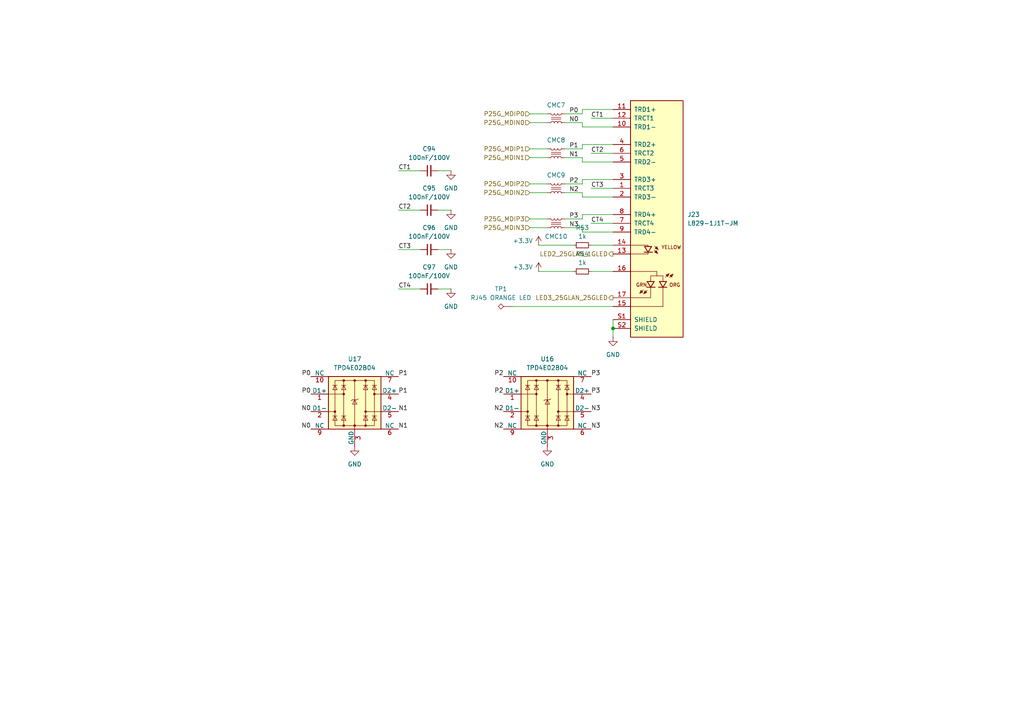
<source format=kicad_sch>
(kicad_sch (version 20240417) (generator "eeschema") (generator_version "8.99")
  (paper "A4")
  (title_block (title "anyon e") (date "2024-06-12") (rev "V0.1") (company "Byran Huang") (comment 4 "Proof of concept board for feature verification"))
  (lib_symbols
    (symbol "Connector:TestPoint_Alt" (pin_numbers hide) (pin_names (offset 0.762) hide)
      (property "Reference" "TP" (at 0 6.858 0))
      (property "Value" "TestPoint_Alt" (at 0 5.08 0))
      (symbol "TestPoint_Alt_0_1"
        (polyline (pts (xy 0 2.54) (xy -0.762 3.302) (xy 0 4.064) (xy 0.762 3.302) (xy 0 2.54)))
      )
      (symbol "TestPoint_Alt_1_1"
        (pin passive line (at 0 0 90) (length 2.54) (name "1") (number "1"))
      )
    )
    (symbol "Device:C_Small" (pin_numbers hide) (pin_names (offset 0.254) hide)
      (property "Reference" "C" (at 0.254 1.778 0))
      (property "Value" "C_Small" (at 0.254 -2.032 0))
      (symbol "C_Small_0_1"
        (polyline (pts (xy -1.524 0.508) (xy 1.524 0.508)) (stroke (width 0.3048)))
        (polyline (pts (xy -1.524 -0.508) (xy 1.524 -0.508)) (stroke (width 0.3302)))
      )
      (symbol "C_Small_1_1"
        (pin passive line (at 0 2.54 270) (length 2.032) (name "~") (number "1"))
        (pin passive line (at 0 -2.54 90) (length 2.032) (name "~") (number "2"))
      )
    )
    (symbol "Device:R_Small" (pin_numbers hide) (pin_names (offset 0.254) hide)
      (property "Reference" "R" (at 0.762 0.508 0))
      (property "Value" "R_Small" (at 0.762 -1.016 0))
      (symbol "R_Small_0_1"
        (rectangle (start -0.762 1.778) (end 0.762 -1.778) (stroke (width 0.2032)))
      )
      (symbol "R_Small_1_1"
        (pin passive line (at 0 2.54 270) (length 0.762) (name "~") (number "1"))
        (pin passive line (at 0 -2.54 90) (length 0.762) (name "~") (number "2"))
      )
    )
    (symbol "Ethernet:L829-1J1T-JM" (pin_names (offset 1.016))
      (property "Reference" "J" (at -7.62 34.29 0))
      (property "Value" "L829-1J1T-JM" (at -7.62 -36.83 0))
      (symbol "L829-1J1T-JM_0_0"
        (rectangle (start -7.62 33.02) (end 7.62 -35.56) (stroke (width 0.254)) (fill (type background)))
        (polyline (pts (xy -7.62 -8.89) (xy -2.54 -8.89)) (stroke (width 0.1524)))
        (polyline (pts (xy -4.953 -22.86) (xy -4.064 -22.479) (xy -4.572 -21.971) (xy -4.953 -22.86)) (stroke (width 0.1524)) (fill (type outline)))
        (polyline (pts (xy -3.937 -21.844) (xy -4.953 -22.86)) (stroke (width 0.1524)))
        (polyline (pts (xy -3.81 -22.987) (xy -2.921 -22.606) (xy -3.429 -22.098) (xy -3.81 -22.987)) (stroke (width 0.1524)) (fill (type outline)))
        (polyline (pts (xy -3.683 -10.922) (xy -2.54 -10.922)) (stroke (width 0.254)))
        (polyline (pts (xy -3.556 -9.271) (xy -1.524 -9.271)) (stroke (width 0.254)))
        (polyline (pts (xy -3.556 -9.271) (xy -2.54 -10.922)) (stroke (width 0.254)))
        (polyline (pts (xy -2.921 -21.082) (xy -1.778 -21.082)) (stroke (width 0.254)))
        (polyline (pts (xy -2.794 -19.431) (xy -0.762 -19.431)) (stroke (width 0.254)))
        (polyline (pts (xy -2.794 -19.431) (xy -1.778 -21.082)) (stroke (width 0.254)))
        (polyline (pts (xy -2.794 -21.971) (xy -3.81 -22.987)) (stroke (width 0.1524)))
        (polyline (pts (xy -2.54 -8.89) (xy -2.54 -9.144)) (stroke (width 0.1524)))
        (polyline (pts (xy -2.54 -10.922) (xy -1.27 -10.922)) (stroke (width 0.254)))
        (polyline (pts (xy -2.54 -10.922) (xy -1.524 -9.271)) (stroke (width 0.254)))
        (polyline (pts (xy -2.54 -11.049) (xy -2.54 -11.43)) (stroke (width 0.1524)))
        (polyline (pts (xy -2.54 -11.43) (xy -7.62 -11.43)) (stroke (width 0.1524)))
        (polyline (pts (xy -1.778 -17.78) (xy 0 -17.78)) (stroke (width 0.1524)))
        (polyline (pts (xy -1.778 -17.78) (xy -1.778 -19.304)) (stroke (width 0.1524)))
        (polyline (pts (xy -1.778 -21.082) (xy -0.762 -19.431)) (stroke (width 0.254)))
        (polyline (pts (xy -1.778 -21.082) (xy -0.508 -21.082)) (stroke (width 0.254)))
        (polyline (pts (xy -1.778 -21.209) (xy -1.778 -24.13)) (stroke (width 0.1524)))
        (polyline (pts (xy -1.778 -24.13) (xy -7.62 -24.13)) (stroke (width 0.1524)))
        (polyline (pts (xy -0.762 -10.287) (xy 0.254 -11.303)) (stroke (width 0.1524)))
        (polyline (pts (xy -0.635 -9.144) (xy 0.381 -10.16)) (stroke (width 0.1524)))
        (polyline (pts (xy 0 -16.51) (xy -7.62 -16.51)) (stroke (width 0.1524)))
        (polyline (pts (xy 0 -17.78) (xy 0 -16.51)) (stroke (width 0.1524)))
        (polyline (pts (xy 0 -17.78) (xy 1.778 -17.78)) (stroke (width 0.1524)))
        (polyline (pts (xy 0.254 -11.303) (xy -0.127 -10.414) (xy -0.635 -10.922) (xy 0.254 -11.303)) (stroke (width 0.1524)) (fill (type outline)))
        (polyline (pts (xy 0.381 -10.16) (xy 0 -9.271) (xy -0.508 -9.779) (xy 0.381 -10.16)) (stroke (width 0.1524)) (fill (type outline)))
        (polyline (pts (xy 1.778 -17.78) (xy 1.778 -19.304)) (stroke (width 0.1524)))
        (polyline (pts (xy 1.778 -21.082) (xy 0.508 -21.082)) (stroke (width 0.254)))
        (polyline (pts (xy 1.778 -21.082) (xy 0.762 -19.431)) (stroke (width 0.254)))
        (polyline (pts (xy 1.778 -21.209) (xy 1.778 -26.67)) (stroke (width 0.1524)))
        (polyline (pts (xy 1.778 -26.67) (xy -7.62 -26.67)) (stroke (width 0.1524)))
        (polyline (pts (xy 2.54 -18.161) (xy 3.556 -17.145)) (stroke (width 0.1524)))
        (polyline (pts (xy 2.794 -19.431) (xy 0.762 -19.431)) (stroke (width 0.254)))
        (polyline (pts (xy 2.794 -19.431) (xy 1.778 -21.082)) (stroke (width 0.254)))
        (polyline (pts (xy 2.921 -21.082) (xy 1.778 -21.082)) (stroke (width 0.254)))
        (polyline (pts (xy 3.556 -17.145) (xy 2.667 -17.526) (xy 3.175 -18.034) (xy 3.556 -17.145)) (stroke (width 0.1524)) (fill (type outline)))
        (polyline (pts (xy 3.683 -18.288) (xy 4.699 -17.272)) (stroke (width 0.1524)))
        (polyline (pts (xy 4.699 -17.272) (xy 3.81 -17.653) (xy 4.318 -18.161) (xy 4.699 -17.272)) (stroke (width 0.1524)) (fill (type outline)))
        (text "GRN" (at -6.096 -19.812 0) (effects (font (size 1.016 1.016)) (justify left top)))
        (text "YELLOW" (at 1.27 -8.89 0) (effects (font (size 1.016 1.016)) (justify left top)))
        (text "ORG" (at 3.556 -19.812 0) (effects (font (size 1.016 1.016)) (justify left top)))
        (pin passive line (at -12.7 7.62 0) (length 5.08) (name "TRCT3") (number "1"))
        (pin passive line (at -12.7 25.4 0) (length 5.08) (name "TRD1-") (number "10"))
        (pin passive line (at -12.7 30.48 0) (length 5.08) (name "TRD1+") (number "11"))
        (pin passive line (at -12.7 27.94 0) (length 5.08) (name "TRCT1") (number "12"))
        (pin passive line (at -12.7 -11.43 0) (length 5.08) (name "~") (number "13"))
        (pin passive line (at -12.7 -8.89 0) (length 5.08) (name "~") (number "14"))
        (pin passive line (at -12.7 -26.67 0) (length 5.08) (name "~") (number "15"))
        (pin passive line (at -12.7 -16.51 0) (length 5.08) (name "~") (number "16"))
        (pin passive line (at -12.7 -24.13 0) (length 5.08) (name "~") (number "17"))
        (pin passive line (at -12.7 5.08 0) (length 5.08) (name "TRD3-") (number "2"))
        (pin passive line (at -12.7 10.16 0) (length 5.08) (name "TRD3+") (number "3"))
        (pin passive line (at -12.7 20.32 0) (length 5.08) (name "TRD2+") (number "4"))
        (pin passive line (at -12.7 15.24 0) (length 5.08) (name "TRD2-") (number "5"))
        (pin passive line (at -12.7 17.78 0) (length 5.08) (name "TRCT2") (number "6"))
        (pin passive line (at -12.7 -2.54 0) (length 5.08) (name "TRCT4") (number "7"))
        (pin passive line (at -12.7 0 0) (length 5.08) (name "TRD4+") (number "8"))
        (pin passive line (at -12.7 -5.08 0) (length 5.08) (name "TRD4-") (number "9"))
        (pin passive line (at -12.7 -30.48 0) (length 5.08) (name "SHIELD") (number "S1"))
        (pin passive line (at -12.7 -33.02 0) (length 5.08) (name "SHIELD") (number "S2"))
      )
    )
    (symbol "Power_Protection:TPD4EUSB30" (pin_names (offset 0))
      (property "Reference" "U" (at -0.635 8.89 0))
      (property "Value" "TPD4EUSB30" (at 8.89 -10.16 0))
      (symbol "TPD4EUSB30_0_0"
        (rectangle (start -5.715 6.477) (end 5.715 -6.604))
        (polyline (pts (xy -3.175 -6.604) (xy -3.175 6.477)))
        (polyline (pts (xy 0 6.477) (xy 0 -6.604)))
        (polyline (pts (xy 3.175 6.477) (xy 3.175 -6.604)))
      )
      (symbol "TPD4EUSB30_0_1"
        (polyline (pts (xy -7.747 2.54) (xy -3.175 2.54)))
        (rectangle (start -7.62 7.62) (end 7.62 -7.62) (stroke (width 0.254)) (fill (type background)))
        (polyline (pts (xy -7.62 -2.54) (xy -5.715 -2.54)))
        (circle (center -5.715 -2.54) (radius 0.2794) (fill (type outline)))
        (polyline (pts (xy -5.08 5.08) (xy -6.35 5.08)))
        (polyline (pts (xy -5.08 3.81) (xy -6.35 3.81) (xy -5.715 5.08) (xy -5.08 3.81)))
        (polyline (pts (xy -5.08 -3.81) (xy -6.35 -3.81)))
        (polyline (pts (xy -5.08 -5.08) (xy -6.35 -5.08) (xy -5.715 -3.81) (xy -5.08 -5.08)))
        (circle (center -3.175 6.477) (radius 0.2794) (fill (type outline)))
        (circle (center -3.175 2.54) (radius 0.2794) (fill (type outline)))
        (circle (center -3.175 -6.604) (radius 0.2794) (fill (type outline)))
        (polyline (pts (xy -2.54 5.08) (xy -3.81 5.08)))
        (polyline (pts (xy -2.54 3.81) (xy -3.81 3.81) (xy -3.175 5.08) (xy -2.54 3.81)))
        (polyline (pts (xy -2.54 -3.81) (xy -3.81 -3.81)))
        (polyline (pts (xy -2.54 -5.08) (xy -3.81 -5.08) (xy -3.175 -3.81) (xy -2.54 -5.08)))
        (polyline (pts (xy -0.635 0.889) (xy -1.016 0.635)))
        (circle (center 0 6.477) (radius 0.2794) (fill (type outline)))
        (polyline (pts (xy 0 -6.604) (xy 0 -7.62)))
        (circle (center 0 -6.604) (radius 0.2794) (fill (type outline)))
        (polyline (pts (xy 0.635 0.889) (xy 1.016 1.143)))
        (polyline (pts (xy 0.635 0.889) (xy -0.635 0.889)))
        (polyline (pts (xy 0.635 -0.381) (xy -0.635 -0.381) (xy 0 0.889) (xy 0.635 -0.381)))
        (circle (center 3.175 6.477) (radius 0.2794) (fill (type outline)))
        (circle (center 3.175 -2.54) (radius 0.2794) (fill (type outline)))
        (circle (center 3.175 -6.604) (radius 0.2794) (fill (type outline)))
        (polyline (pts (xy 3.81 5.08) (xy 2.54 5.08)))
        (polyline (pts (xy 3.81 3.81) (xy 2.54 3.81) (xy 3.175 5.08) (xy 3.81 3.81)))
        (polyline (pts (xy 3.81 -3.81) (xy 2.54 -3.81)))
        (polyline (pts (xy 3.81 -5.08) (xy 2.54 -5.08) (xy 3.175 -3.81) (xy 3.81 -5.08)))
        (circle (center 5.715 2.54) (radius 0.2794) (fill (type outline)))
        (polyline (pts (xy 6.35 5.08) (xy 5.08 5.08)))
        (polyline (pts (xy 6.35 3.81) (xy 5.08 3.81) (xy 5.715 5.08) (xy 6.35 3.81)))
        (polyline (pts (xy 6.35 -3.81) (xy 5.08 -3.81)))
        (polyline (pts (xy 6.35 -5.08) (xy 5.08 -5.08) (xy 5.715 -3.81) (xy 6.35 -5.08)))
        (polyline (pts (xy 7.62 2.54) (xy 5.715 2.54)))
        (polyline (pts (xy 7.62 -2.54) (xy 3.175 -2.54)))
      )
      (symbol "TPD4EUSB30_1_1"
        (pin passive line (at -12.7 2.54 0) (length 5.08) (name "D1+") (number "1"))
        (pin free line (at -12.7 7.62 0) (length 5.08) (name "NC") (number "10"))
        (pin passive line (at -12.7 -2.54 0) (length 5.08) (name "D1-") (number "2"))
        (pin power_in line (at 0 -12.7 90) (length 5.08) (name "GND") (number "3"))
        (pin passive line (at 12.7 2.54 180) (length 5.08) (name "D2+") (number "4"))
        (pin passive line (at 12.7 -2.54 180) (length 5.08) (name "D2-") (number "5"))
        (pin free line (at 12.7 -7.62 180) (length 5.08) (name "NC") (number "6"))
        (pin free line (at 12.7 7.62 180) (length 5.08) (name "NC") (number "7"))
        (pin passive line (at 0 -12.7 90) (length 5.08) hide (name "GND") (number "8"))
        (pin free line (at -12.7 -7.62 0) (length 5.08) (name "NC") (number "9"))
      )
    )
    (symbol "library:ACM2012_Common_Mode_Choke"
      (property "Reference" "CMC" (at -1.524 4.064 0))
      (symbol "ACM2012_Common_Mode_Choke_0_1"
        (polyline (pts (xy -1.397 0.254) (xy 1.397 0.254)))
        (arc (start -0.508 1.3948) (mid -1.016 0.889) (end -1.524 1.3948))
        (arc (start -1.524 -1.397) (mid -1.016 -0.8912) (end -0.508 -1.397))
        (arc (start 0.508 1.3948) (mid 0 0.889) (end -0.508 1.3948))
        (arc (start -0.508 -1.397) (mid 0 -0.8912) (end 0.508 -1.397))
        (arc (start 1.524 1.3948) (mid 1.016 0.889) (end 0.508 1.3948))
        (arc (start 0.508 -1.397) (mid 1.016 -0.8912) (end 1.524 -1.397))
        (polyline (pts (xy 1.397 -0.254) (xy -1.397 -0.254)))
      )
      (symbol "ACM2012_Common_Mode_Choke_1_1"
        (pin passive line (at -2.54 -1.27 0) (length 0.9525) (name "") (number "1"))
        (pin passive line (at -2.54 1.27 0) (length 0.9525) (name "") (number "2"))
        (pin passive line (at 2.54 1.27 180) (length 0.9525) (name "") (number "3"))
        (pin passive line (at 2.54 -1.27 180) (length 0.9525) (name "") (number "4"))
      )
    )
    (symbol "power:+3.3V" (power) (pin_numbers hide) (pin_names (offset 0) hide)
      (property "Value" "+3.3V" (at 0 3.556 0))
      (symbol "+3.3V_0_1"
        (polyline (pts (xy -0.762 1.27) (xy 0 2.54)))
        (polyline (pts (xy 0 2.54) (xy 0.762 1.27)))
        (polyline (pts (xy 0 0) (xy 0 2.54)))
      )
      (symbol "+3.3V_1_1"
        (pin power_in line (at 0 0 90) (length 0) (name "~") (number "1"))
      )
    )
    (symbol "power:GND" (power) (pin_numbers hide) (pin_names (offset 0) hide)
      (property "Value" "GND" (at 0 -3.81 0))
      (symbol "GND_0_1"
        (polyline (pts (xy 0 0) (xy 0 -1.27) (xy 1.27 -1.27) (xy 0 -2.54) (xy -1.27 -1.27) (xy 0 -1.27)))
      )
      (symbol "GND_1_1"
        (pin power_in line (at 0 0 270) (length 0) (name "~") (number "1"))
      )
    )
  )
  (junction (at 177.8 95.25))
  (wire (pts (xy 163.83 53.34) (xy 168.91 53.34)))
  (wire (pts (xy 177.8 92.71) (xy 177.8 95.25)))
  (wire (pts (xy 168.91 57.15) (xy 177.8 57.15)))
  (wire (pts (xy 168.91 46.99) (xy 177.8 46.99)))
  (wire (pts (xy 163.83 66.04) (xy 168.91 66.04)))
  (wire (pts (xy 163.83 43.18) (xy 168.91 43.18)))
  (wire (pts (xy 171.45 78.74) (xy 177.8 78.74)))
  (wire (pts (xy 127 83.82) (xy 130.81 83.82)))
  (wire (pts (xy 153.67 53.34) (xy 158.75 53.34)))
  (wire (pts (xy 163.83 35.56) (xy 168.91 35.56)))
  (wire (pts (xy 168.91 36.83) (xy 177.8 36.83)))
  (wire (pts (xy 153.67 63.5) (xy 158.75 63.5)))
  (wire (pts (xy 168.91 53.34) (xy 168.91 52.07)))
  (wire (pts (xy 115.57 49.53) (xy 121.92 49.53)))
  (wire (pts (xy 153.67 66.04) (xy 158.75 66.04)))
  (wire (pts (xy 163.83 55.88) (xy 168.91 55.88)))
  (wire (pts (xy 171.45 71.12) (xy 177.8 71.12)))
  (wire (pts (xy 168.91 31.75) (xy 177.8 31.75)))
  (wire (pts (xy 171.45 34.29) (xy 177.8 34.29)))
  (wire (pts (xy 153.67 43.18) (xy 158.75 43.18)))
  (wire (pts (xy 115.57 72.39) (xy 121.92 72.39)))
  (wire (pts (xy 163.83 63.5) (xy 168.91 63.5)))
  (wire (pts (xy 153.67 45.72) (xy 158.75 45.72)))
  (wire (pts (xy 115.57 60.96) (xy 121.92 60.96)))
  (wire (pts (xy 168.91 63.5) (xy 168.91 62.23)))
  (wire (pts (xy 168.91 43.18) (xy 168.91 41.91)))
  (wire (pts (xy 171.45 54.61) (xy 177.8 54.61)))
  (wire (pts (xy 168.91 45.72) (xy 168.91 46.99)))
  (wire (pts (xy 153.67 55.88) (xy 158.75 55.88)))
  (wire (pts (xy 171.45 44.45) (xy 177.8 44.45)))
  (wire (pts (xy 168.91 35.56) (xy 168.91 36.83)))
  (wire (pts (xy 163.83 45.72) (xy 168.91 45.72)))
  (wire (pts (xy 168.91 62.23) (xy 177.8 62.23)))
  (wire (pts (xy 115.57 83.82) (xy 121.92 83.82)))
  (wire (pts (xy 177.8 88.9) (xy 148.59 88.9)))
  (wire (pts (xy 168.91 33.02) (xy 168.91 31.75)))
  (wire (pts (xy 153.67 35.56) (xy 158.75 35.56)))
  (wire (pts (xy 156.21 78.74) (xy 166.37 78.74)))
  (wire (pts (xy 168.91 67.31) (xy 177.8 67.31)))
  (wire (pts (xy 153.67 33.02) (xy 158.75 33.02)))
  (wire (pts (xy 168.91 66.04) (xy 168.91 67.31)))
  (wire (pts (xy 168.91 55.88) (xy 168.91 57.15)))
  (wire (pts (xy 127 72.39) (xy 130.81 72.39)))
  (wire (pts (xy 177.8 95.25) (xy 177.8 97.79)))
  (wire (pts (xy 168.91 41.91) (xy 177.8 41.91)))
  (wire (pts (xy 168.91 52.07) (xy 177.8 52.07)))
  (wire (pts (xy 171.45 64.77) (xy 177.8 64.77)))
  (wire (pts (xy 156.21 71.12) (xy 166.37 71.12)))
  (wire (pts (xy 127 49.53) (xy 130.81 49.53)))
  (wire (pts (xy 163.83 33.02) (xy 168.91 33.02)))
  (wire (pts (xy 127 60.96) (xy 130.81 60.96)))
  (label "N0" (at 90.17 119.38 180))
  (label "P0" (at 90.17 109.22 180))
  (label "CT2" (at 115.57 60.96 0))
  (label "P3" (at 171.45 114.3 0))
  (label "P3" (at 171.45 109.22 0))
  (label "P1" (at 115.57 109.22 0))
  (label "N0" (at 165.1 35.56 0))
  (label "P0" (at 165.1 33.02 0))
  (label "N2" (at 165.1 55.88 0))
  (label "N1" (at 165.1 45.72 0))
  (label "N3" (at 171.45 119.38 0))
  (label "CT2" (at 171.45 44.45 0))
  (label "N3" (at 165.1 66.04 0))
  (label "CT4" (at 115.57 83.82 0))
  (label "P1" (at 115.57 114.3 0))
  (label "P0" (at 90.17 114.3 180))
  (label "P2" (at 146.05 109.22 180))
  (label "CT3" (at 171.45 54.61 0))
  (label "P2" (at 165.1 53.34 0))
  (label "N0" (at 90.17 124.46 180))
  (label "N1" (at 115.57 119.38 0))
  (label "P3" (at 165.1 63.5 0))
  (label "CT1" (at 115.57 49.53 0))
  (label "N2" (at 146.05 124.46 180))
  (label "N1" (at 115.57 124.46 0))
  (label "N2" (at 146.05 119.38 180))
  (label "CT3" (at 115.57 72.39 0))
  (label "N3" (at 171.45 124.46 0))
  (label "CT4" (at 171.45 64.77 0))
  (label "P1" (at 165.1 43.18 0))
  (label "P2" (at 146.05 114.3 180))
  (label "CT1" (at 171.45 34.29 0))
  (hierarchical_label "P25G_MDIN2" (shape input) (at 153.67 55.88 180))
  (hierarchical_label "P25G_MDIN3" (shape input) (at 153.67 66.04 180))
  (hierarchical_label "P25G_MDIN1" (shape input) (at 153.67 45.72 180))
  (hierarchical_label "P25G_MDIP2" (shape input) (at 153.67 53.34 180))
  (hierarchical_label "P25G_MDIP3" (shape input) (at 153.67 63.5 180))
  (hierarchical_label "LED2_25GLAN_1GLED" (shape output) (at 177.8 73.66 180))
  (hierarchical_label "P25G_MDIP1" (shape input) (at 153.67 43.18 180))
  (hierarchical_label "LED3_25GLAN_25GLED" (shape output) (at 177.8 86.36 180))
  (hierarchical_label "P25G_MDIP0" (shape input) (at 153.67 33.02 180))
  (hierarchical_label "P25G_MDIN0" (shape input) (at 153.67 35.56 180))
  (symbol (lib_id "Connector:TestPoint_Alt") (at 148.59 88.9 90) (unit 1)
    (property "Reference" "TP1" (at 145.288 83.82 90))
    (property "Value" "RJ45 ORANGE LED" (at 145.288 86.36 90))
    (property "Footprint" "TestPoint:TestPoint_Pad_D2.0mm" (effects (hide yes)))
    (property "Description" "test point (alternative shape)" (effects (hide yes)))
  )
  (symbol (lib_id "library:ACM2012_Common_Mode_Choke") (at 161.29 34.29 0) (unit 1)
    (property "Reference" "CMC7" (at 161.29 30.48 0))
    (property "Value" "ACM2012" (effects (hide yes)))
    (property "Footprint" "ACM2012:FIL_ACM2012-900-2P-T001" (effects (hide yes)))
    (property "Datasheet" "https://product.tdk.com/en/system/files?file=dam/doc/product/emc/emc/cmf_cmc/catalog/cmf_commercial_signal_acm2012_en.pdf" (effects (hide yes)))
    (property "Description" "2 Line Common Mode Choke Surface Mount 90 Ohms @ 100 MHz 400mA DCR 190mOhm" (effects (hide yes)))
  )
  (symbol (lib_id "Device:C_Small") (at 124.46 49.53 90) (unit 1)
    (property "Reference" "C94" (at 124.4663 43.18 90))
    (property "Value" "100nF/100V" (at 124.4663 45.72 90))
    (property "Footprint" "Capacitor_SMD:C_0805_2012Metric" (effects (hide yes)))
    (property "Description" "Unpolarized capacitor, small symbol" (effects (hide yes)))
  )
  (symbol (lib_id "power:GND") (at 177.8 97.79 0) (unit 1)
    (property "Reference" "#PWR074" (effects (hide yes)))
    (property "Value" "GND" (at 177.8 102.87 0))
    (property "Description" "Power symbol creates a global label with name \"GND\" , ground" (effects (hide yes)))
  )
  (symbol (lib_id "power:GND") (at 130.81 60.96 0) (unit 1)
    (property "Reference" "#PWR0163" (effects (hide yes)))
    (property "Value" "GND" (at 130.81 66.04 0))
    (property "Description" "Power symbol creates a global label with name \"GND\" , ground" (effects (hide yes)))
  )
  (symbol (lib_id "Device:C_Small") (at 124.46 72.39 90) (unit 1)
    (property "Reference" "C96" (at 124.4663 66.04 90))
    (property "Value" "100nF/100V" (at 124.4663 68.58 90))
    (property "Footprint" "Capacitor_SMD:C_0805_2012Metric" (effects (hide yes)))
    (property "Description" "Unpolarized capacitor, small symbol" (effects (hide yes)))
  )
  (symbol (lib_id "power:+3.3V") (at 156.21 78.74 0) (unit 1)
    (property "Reference" "#PWR073" (effects (hide yes)))
    (property "Value" "+3.3V" (at 151.638 77.47 0))
    (property "Description" "Power symbol creates a global label with name \"+3.3V\"" (effects (hide yes)))
  )
  (symbol (lib_id "Ethernet:L829-1J1T-JM") (at 190.5 62.23 0) (unit 1)
    (property "Reference" "J23" (at 199.39 62.2299 0) (effects (justify left)))
    (property "Value" "L829-1J1T-JM" (at 199.39 64.7699 0) (effects (justify left)))
    (property "Footprint" "Ethernet:BEL_L829-1J1T-JM" (effects (hide yes)))
    (property "Description" "MagJack 2.5GBASE-T | 1X1 | OG/Y LED | -40 to 85C | RoHS" (effects (hide yes)))
    (property "MF" "Bel Magnetic Solutions" (effects (hide yes)))
    (property "PACKAGE" "None" (effects (hide yes)))
    (property "PRICE" "None" (effects (hide yes)))
    (property "Package" "None" (effects (hide yes)))
    (property "Check_prices" "https://www.snapeda.com/parts/L829-1J1T-JM/Bel+Magnetic+Solutions/view-part/?ref=eda" (effects (hide yes)))
    (property "Price" "None" (effects (hide yes)))
    (property "SnapEDA_Link" "https://www.snapeda.com/parts/L829-1J1T-JM/Bel+Magnetic+Solutions/view-part/?ref=snap" (effects (hide yes)))
    (property "MP" "L829-1J1T-JM" (effects (hide yes)))
    (property "DIGIKEY-PURCHASE-URL" "https://snapeda.com/shop?store=DigiKey&id=2758678" (effects (hide yes)))
    (property "Availability" "In Stock" (effects (hide yes)))
    (property "AVAILABILITY" "Unavailable" (effects (hide yes)))
    (property "Description_1" "\nMagJack 2.5GBASE-T | 1X1 | OG/Y LED | -40 to 85C | RoHS\n" (effects (hide yes)))
  )
  (symbol (lib_id "power:GND") (at 130.81 49.53 0) (unit 1)
    (property "Reference" "#PWR0162" (effects (hide yes)))
    (property "Value" "GND" (at 130.81 54.61 0))
    (property "Description" "Power symbol creates a global label with name \"GND\" , ground" (effects (hide yes)))
  )
  (symbol (lib_id "Device:R_Small") (at 168.91 78.74 90) (unit 1)
    (property "Reference" "R54" (at 168.91 73.66 90))
    (property "Value" "1k" (at 168.91 76.2 90))
    (property "Footprint" "Resistor_SMD:R_0402_1005Metric" (effects (hide yes)))
    (property "Description" "Resistor, small symbol" (effects (hide yes)))
  )
  (symbol (lib_id "library:ACM2012_Common_Mode_Choke") (at 161.29 54.61 0) (unit 1)
    (property "Reference" "CMC9" (at 161.29 50.8 0))
    (property "Value" "ACM2012" (effects (hide yes)))
    (property "Footprint" "ACM2012:FIL_ACM2012-900-2P-T001" (effects (hide yes)))
    (property "Datasheet" "https://product.tdk.com/en/system/files?file=dam/doc/product/emc/emc/cmf_cmc/catalog/cmf_commercial_signal_acm2012_en.pdf" (effects (hide yes)))
    (property "Description" "2 Line Common Mode Choke Surface Mount 90 Ohms @ 100 MHz 400mA DCR 190mOhm" (effects (hide yes)))
  )
  (symbol (lib_id "power:GND") (at 102.87 129.54 0) (unit 1)
    (property "Reference" "#PWR076" (effects (hide yes)))
    (property "Value" "GND" (at 102.87 134.62 0))
    (property "Description" "Power symbol creates a global label with name \"GND\" , ground" (effects (hide yes)))
  )
  (symbol (lib_id "library:ACM2012_Common_Mode_Choke") (at 161.29 44.45 0) (unit 1)
    (property "Reference" "CMC8" (at 161.29 40.64 0))
    (property "Value" "ACM2012" (effects (hide yes)))
    (property "Footprint" "ACM2012:FIL_ACM2012-900-2P-T001" (effects (hide yes)))
    (property "Datasheet" "https://product.tdk.com/en/system/files?file=dam/doc/product/emc/emc/cmf_cmc/catalog/cmf_commercial_signal_acm2012_en.pdf" (effects (hide yes)))
    (property "Description" "2 Line Common Mode Choke Surface Mount 90 Ohms @ 100 MHz 400mA DCR 190mOhm" (effects (hide yes)))
  )
  (symbol (lib_id "power:GND") (at 158.75 129.54 0) (unit 1)
    (property "Reference" "#PWR075" (effects (hide yes)))
    (property "Value" "GND" (at 158.75 134.62 0))
    (property "Description" "Power symbol creates a global label with name \"GND\" , ground" (effects (hide yes)))
  )
  (symbol (lib_id "Device:C_Small") (at 124.46 83.82 90) (unit 1)
    (property "Reference" "C97" (at 124.4663 77.47 90))
    (property "Value" "100nF/100V" (at 124.4663 80.01 90))
    (property "Footprint" "Capacitor_SMD:C_0805_2012Metric" (effects (hide yes)))
    (property "Description" "Unpolarized capacitor, small symbol" (effects (hide yes)))
  )
  (symbol (lib_id "power:GND") (at 130.81 83.82 0) (unit 1)
    (property "Reference" "#PWR0165" (effects (hide yes)))
    (property "Value" "GND" (at 130.81 88.9 0))
    (property "Description" "Power symbol creates a global label with name \"GND\" , ground" (effects (hide yes)))
  )
  (symbol (lib_id "Device:C_Small") (at 124.46 60.96 90) (unit 1)
    (property "Reference" "C95" (at 124.4663 54.61 90))
    (property "Value" "100nF/100V" (at 124.4663 57.15 90))
    (property "Footprint" "Capacitor_SMD:C_0805_2012Metric" (effects (hide yes)))
    (property "Description" "Unpolarized capacitor, small symbol" (effects (hide yes)))
  )
  (symbol (lib_id "Power_Protection:TPD4EUSB30") (at 102.87 116.84 0) (unit 1)
    (property "Reference" "U17" (at 102.87 104.14 0))
    (property "Value" "TPD4E02B04" (at 102.87 106.68 0))
    (property "Footprint" "Package_SON:USON-10_2.5x1.0mm_P0.5mm" (effects (hide yes)))
    (property "Datasheet" "http://www.ti.com/lit/ds/symlink/tpd2eusb30a.pdf" (effects (hide yes)))
    (property "Description" "4-Channel ESD Protection for Super-Speed USB 3.0 Interface, USON-10" (effects (hide yes)))
  )
  (symbol (lib_id "Device:R_Small") (at 168.91 71.12 90) (unit 1)
    (property "Reference" "R53" (at 168.91 66.04 90))
    (property "Value" "1k" (at 168.91 68.58 90))
    (property "Footprint" "Resistor_SMD:R_0402_1005Metric" (effects (hide yes)))
    (property "Description" "Resistor, small symbol" (effects (hide yes)))
  )
  (symbol (lib_id "library:ACM2012_Common_Mode_Choke") (at 161.29 64.77 0) (unit 1)
    (property "Reference" "CMC10" (at 161.29 68.58 0))
    (property "Value" "ACM2012" (effects (hide yes)))
    (property "Footprint" "ACM2012:FIL_ACM2012-900-2P-T001" (effects (hide yes)))
    (property "Datasheet" "https://product.tdk.com/en/system/files?file=dam/doc/product/emc/emc/cmf_cmc/catalog/cmf_commercial_signal_acm2012_en.pdf" (effects (hide yes)))
    (property "Description" "2 Line Common Mode Choke Surface Mount 90 Ohms @ 100 MHz 400mA DCR 190mOhm" (effects (hide yes)))
  )
  (symbol (lib_id "power:+3.3V") (at 156.21 71.12 0) (unit 1)
    (property "Reference" "#PWR0166" (effects (hide yes)))
    (property "Value" "+3.3V" (at 151.638 69.85 0))
    (property "Description" "Power symbol creates a global label with name \"+3.3V\"" (effects (hide yes)))
  )
  (symbol (lib_id "power:GND") (at 130.81 72.39 0) (unit 1)
    (property "Reference" "#PWR0164" (effects (hide yes)))
    (property "Value" "GND" (at 130.81 77.47 0))
    (property "Description" "Power symbol creates a global label with name \"GND\" , ground" (effects (hide yes)))
  )
  (symbol (lib_id "Power_Protection:TPD4EUSB30") (at 158.75 116.84 0) (unit 1)
    (property "Reference" "U16" (at 158.75 104.14 0))
    (property "Value" "TPD4E02B04" (at 158.75 106.68 0))
    (property "Footprint" "Package_SON:USON-10_2.5x1.0mm_P0.5mm" (effects (hide yes)))
    (property "Datasheet" "http://www.ti.com/lit/ds/symlink/tpd2eusb30a.pdf" (effects (hide yes)))
    (property "Description" "4-Channel ESD Protection for Super-Speed USB 3.0 Interface, USON-10" (effects (hide yes)))
  )
)
</source>
